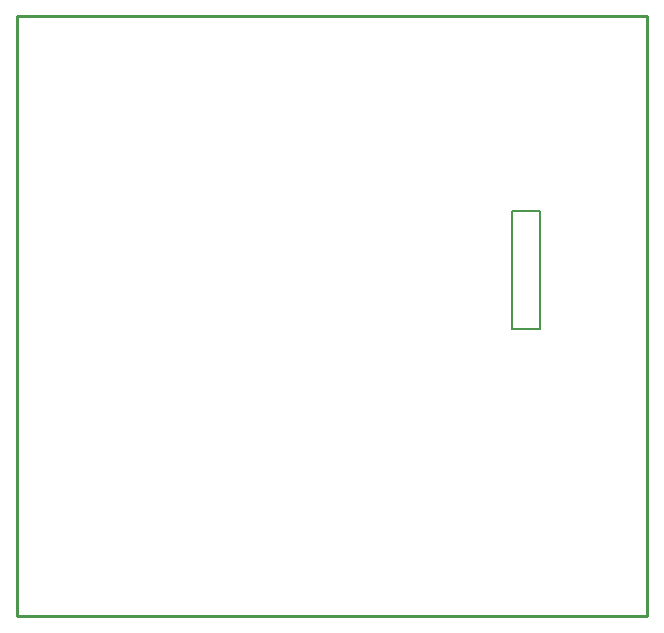
<source format=gko>
G04*
G04 #@! TF.GenerationSoftware,Altium Limited,Altium Designer,22.6.1 (34)*
G04*
G04 Layer_Color=16711935*
%FSLAX25Y25*%
%MOIN*%
G70*
G04*
G04 #@! TF.SameCoordinates,25FD31E9-3CFC-4910-949B-E761997E39EF*
G04*
G04*
G04 #@! TF.FilePolarity,Positive*
G04*
G01*
G75*
%ADD12C,0.01000*%
%ADD17C,0.00500*%
D12*
X281000Y260500D02*
X491000D01*
X281000Y460500D02*
X491000D01*
Y260500D02*
Y460500D01*
X281000Y260500D02*
Y460500D01*
D17*
X445800Y356300D02*
X455100D01*
X445800D02*
Y395500D01*
X455100D01*
Y356300D02*
Y395500D01*
M02*

</source>
